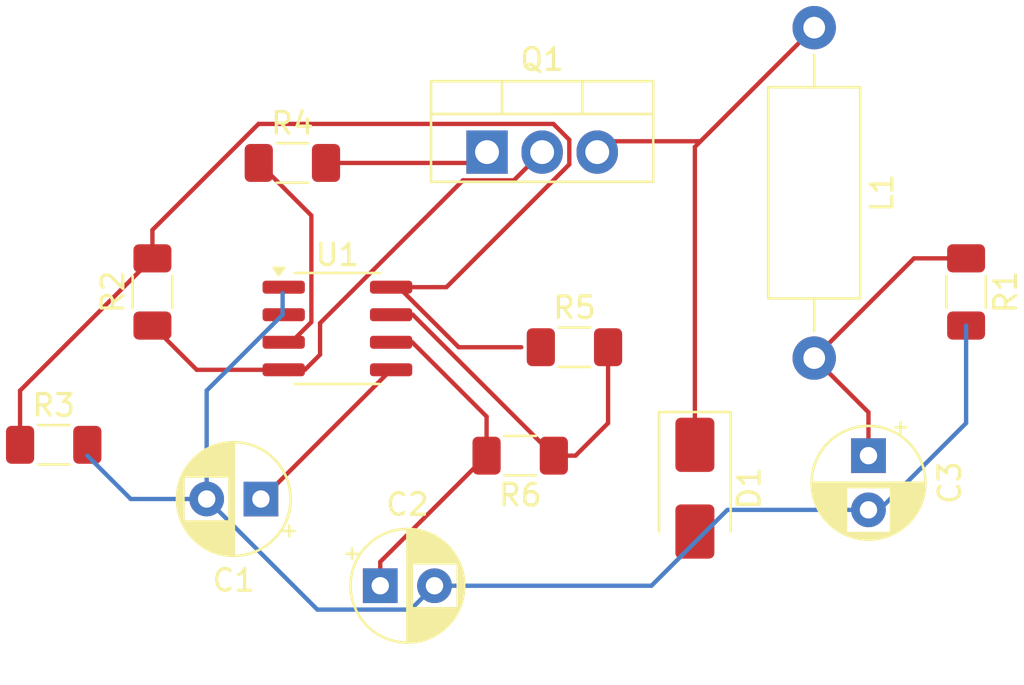
<source format=kicad_pcb>
(kicad_pcb (version 20240108) (generator "pcbnew") (generator_version "8.0")
  (layers (0 "F.Cu" signal) (31 "B.Cu" signal) (34 "B.Paste" user) (35 "F.Paste" user) (36 "B.SilkS" user "B.Silkscreen") (37 "F.SilkS" user "F.Silkscreen") (38 "B.Mask" user) (39 "F.Mask" user) (44 "Edge.Cuts" user))
  (net 0 "")
  (net 1 "Net-(U1-CV)")
  (net 2 "GND")
  (net 3 "Net-(C3-Pad1)")
  (net 4 "Net-(D1-K)")
  (net 5 "+24V")
  (net 6 "Net-(Q1-G)")
  (net 7 "Net-(U1-VCC)")
  (net 8 "Net-(U1-Q)")
  (net 9 "Net-(U1-DIS)")
  (net 10 "Net-(U1-THR)")
  (footprint "Package_TO_SOT_THT:TO-220-3_Vertical" (layer "F.Cu") (at 141.92 66.5)
    (property "Reference" "Q1" (at 2.54 -4.27 0) (layer "F.SilkS"))
    (property "Value" "IRLZ44N")
    (fp_line (start -2.58 -3.27) (end -2.58 1.371) (stroke (width 0.12)) (layer "F.SilkS"))
    (fp_line (start -2.58 -3.27) (end 7.66 -3.27) (stroke (width 0.12)) (layer "F.SilkS"))
    (fp_line (start -2.58 -1.76) (end 7.66 -1.76) (stroke (width 0.12)) (layer "F.SilkS"))
    (fp_line (start -2.58 1.371) (end 7.66 1.371) (stroke (width 0.12)) (layer "F.SilkS"))
    (fp_line (start 0.69 -3.27) (end 0.69 -1.76) (stroke (width 0.12)) (layer "F.SilkS"))
    (fp_line (start 4.391 -3.27) (end 4.391 -1.76) (stroke (width 0.12)) (layer "F.SilkS"))
    (fp_line (start 7.66 -3.27) (end 7.66 1.371) (stroke (width 0.12)) (layer "F.SilkS"))
    (pad "1" thru_hole rect (at 0 0) (size 1.905 2) (drill 1.1) (layers "*.Cu" "*.Mask") (net 6 "Net-(Q1-G)"))
    (pad "2" thru_hole oval (at 2.54 0) (size 1.905 2) (drill 1.1) (layers "*.Cu" "*.Mask") (net 5 "+24V"))
    (pad "3" thru_hole oval (at 5.08 0) (size 1.905 2) (drill 1.1) (layers "*.Cu" "*.Mask") (net 4 "Net-(D1-K)"))
  )
  (footprint "Package_SO:SOIC-8_3.9x4.9mm_P1.27mm" (layer "F.Cu") (at 135.025 74.635)
    (property "Reference" "U1" (at 0 -3.4 0) (layer "F.SilkS"))
    (property "Value" "NE555D")
    (fp_line (start 0 -2.56) (end -1.95 -2.56) (stroke (width 0.12)) (layer "F.SilkS"))
    (fp_line (start 0 -2.56) (end 1.95 -2.56) (stroke (width 0.12)) (layer "F.SilkS"))
    (fp_line (start 0 2.56) (end -1.95 2.56) (stroke (width 0.12)) (layer "F.SilkS"))
    (fp_line (start 0 2.56) (end 1.95 2.56) (stroke (width 0.12)) (layer "F.SilkS"))
    (fp_poly (pts (xy -2.7 -2.465) (xy -2.94 -2.795) (xy -2.46 -2.795) (xy -2.7 -2.465)) (stroke (width 0.12)) (fill solid) (layer "F.SilkS"))
    (pad "1" smd roundrect (at -2.475 -1.905) (size 1.95 0.6) (layers "F.Cu" "F.Paste" "F.Mask") (net 2 "GND"))
    (pad "2" smd roundrect (at -2.475 -0.635) (size 1.95 0.6) (layers "F.Cu" "F.Paste" "F.Mask") (net 2 "GND"))
    (pad "3" smd roundrect (at -2.475 0.635) (size 1.95 0.6) (layers "F.Cu" "F.Paste" "F.Mask") (net 8 "Net-(U1-Q)"))
    (pad "4" smd roundrect (at -2.475 1.905) (size 1.95 0.6) (layers "F.Cu" "F.Paste" "F.Mask") (net 5 "+24V"))
    (pad "5" smd roundrect (at 2.475 1.905) (size 1.95 0.6) (layers "F.Cu" "F.Paste" "F.Mask") (net 1 "Net-(U1-CV)"))
    (pad "6" smd roundrect (at 2.475 0.635) (size 1.95 0.6) (layers "F.Cu" "F.Paste" "F.Mask") (net 10 "Net-(U1-THR)"))
    (pad "7" smd roundrect (at 2.475 -0.635) (size 1.95 0.6) (layers "F.Cu" "F.Paste" "F.Mask") (net 9 "Net-(U1-DIS)"))
    (pad "8" smd roundrect (at 2.475 -1.905) (size 1.95 0.6) (layers "F.Cu" "F.Paste" "F.Mask") (net 7 "Net-(U1-VCC)"))
  )
  (footprint "Resistor_SMD:R_1206_3216Metric_Pad1.30x1.75mm_HandSolder" (layer "F.Cu") (at 145.95 75.5)
    (property "Reference" "R5" (at 0 -1.82 0) (layer "F.SilkS"))
    (property "Value" "1.16")
    (fp_line (start -0.727064 -0.91) (end 0.727064 -0.91) (stroke (width 0.12)) (layer "F.SilkS"))
    (fp_line (start -0.727064 0.91) (end 0.727064 0.91) (stroke (width 0.12)) (layer "F.SilkS"))
    (pad "1" smd roundrect (at -1.55 0) (size 1.3 1.75) (layers "F.Cu" "F.Paste" "F.Mask") (roundrect_rratio 0.192308) (net 7 "Net-(U1-VCC)"))
    (pad "2" smd roundrect (at 1.55 0) (size 1.3 1.75) (layers "F.Cu" "F.Paste" "F.Mask") (roundrect_rratio 0.192308) (net 9 "Net-(U1-DIS)"))
  )
  (footprint "Resistor_SMD:R_1206_3216Metric_Pad1.30x1.75mm_HandSolder" (layer "F.Cu") (at 126.5 72.95 90)
    (property "Reference" "R2" (at 0 -1.82 90) (layer "F.SilkS"))
    (property "Value" "10k")
    (fp_line (start -0.727064 -0.91) (end 0.727064 -0.91) (stroke (width 0.12)) (layer "F.SilkS"))
    (fp_line (start -0.727064 0.91) (end 0.727064 0.91) (stroke (width 0.12)) (layer "F.SilkS"))
    (pad "1" smd roundrect (at -1.55 0 90) (size 1.3 1.75) (layers "F.Cu" "F.Paste" "F.Mask") (roundrect_rratio 0.192308) (net 5 "+24V"))
    (pad "2" smd roundrect (at 1.55 0 90) (size 1.3 1.75) (layers "F.Cu" "F.Paste" "F.Mask") (roundrect_rratio 0.192308) (net 7 "Net-(U1-VCC)"))
  )
  (footprint "Resistor_SMD:R_1206_3216Metric_Pad1.30x1.75mm_HandSolder" (layer "F.Cu") (at 143.45 80.5 180)
    (property "Reference" "R6" (at 0 -1.82 0) (layer "F.SilkS"))
    (property "Value" "1.16")
    (fp_line (start -0.727064 0.91) (end 0.727064 0.91) (stroke (width 0.12)) (layer "F.SilkS"))
    (fp_line (start -0.727064 -0.91) (end 0.727064 -0.91) (stroke (width 0.12)) (layer "F.SilkS"))
    (pad "1" smd roundrect (at -1.55 0 180) (size 1.3 1.75) (layers "F.Cu" "F.Paste" "F.Mask") (roundrect_rratio 0.192308) (net 9 "Net-(U1-DIS)"))
    (pad "2" smd roundrect (at 1.55 0 180) (size 1.3 1.75) (layers "F.Cu" "F.Paste" "F.Mask") (roundrect_rratio 0.192308) (net 10 "Net-(U1-THR)"))
  )
  (footprint "Capacitor_THT:CP_Radial_D5.0mm_P2.50mm" (layer "F.Cu") (at 137 86.5)
    (property "Reference" "C2" (at 1.25 -3.75 0) (layer "F.SilkS"))
    (property "Value" "0.05µF")
    (fp_line (start -1.554775 -1.475) (end -1.054775 -1.475) (stroke (width 0.12)) (layer "F.SilkS"))
    (fp_line (start -1.304775 -1.725) (end -1.304775 -1.225) (stroke (width 0.12)) (layer "F.SilkS"))
    (fp_line (start 1.25 -2.58) (end 1.25 2.58) (stroke (width 0.12)) (layer "F.SilkS"))
    (fp_line (start 1.29 -2.58) (end 1.29 2.58) (stroke (width 0.12)) (layer "F.SilkS"))
    (fp_line (start 1.33 -2.579) (end 1.33 2.579) (stroke (width 0.12)) (layer "F.SilkS"))
    (fp_line (start 1.37 -2.578) (end 1.37 2.578) (stroke (width 0.12)) (layer "F.SilkS"))
    (fp_line (start 1.41 -2.576) (end 1.41 2.576) (stroke (width 0.12)) (layer "F.SilkS"))
    (fp_line (start 1.45 -2.573) (end 1.45 2.573) (stroke (width 0.12)) (layer "F.SilkS"))
    (fp_line (start 1.49 -2.569) (end 1.49 -1.04) (stroke (width 0.12)) (layer "F.SilkS"))
    (fp_line (start 1.49 1.04) (end 1.49 2.569) (stroke (width 0.12)) (layer "F.SilkS"))
    (fp_line (start 1.53 -2.565) (end 1.53 -1.04) (stroke (width 0.12)) (layer "F.SilkS"))
    (fp_line (start 1.53 1.04) (end 1.53 2.565) (stroke (width 0.12)) (layer "F.SilkS"))
    (fp_line (start 1.57 -2.561) (end 1.57 -1.04) (stroke (width 0.12)) (layer "F.SilkS"))
    (fp_line (start 1.57 1.04) (end 1.57 2.561) (stroke (width 0.12)) (layer "F.SilkS"))
    (fp_line (start 1.61 -2.556) (end 1.61 -1.04) (stroke (width 0.12)) (layer "F.SilkS"))
    (fp_line (start 1.61 1.04) (end 1.61 2.556) (stroke (width 0.12)) (layer "F.SilkS"))
    (fp_line (start 1.65 -2.55) (end 1.65 -1.04) (stroke (width 0.12)) (layer "F.SilkS"))
    (fp_line (start 1.65 1.04) (end 1.65 2.55) (stroke (width 0.12)) (layer "F.SilkS"))
    (fp_line (start 1.69 -2.543) (end 1.69 -1.04) (stroke (width 0.12)) (layer "F.SilkS"))
    (fp_line (start 1.69 1.04) (end 1.69 2.543) (stroke (width 0.12)) (layer "F.SilkS"))
    (fp_line (start 1.73 -2.536) (end 1.73 -1.04) (stroke (width 0.12)) (layer "F.SilkS"))
    (fp_line (start 1.73 1.04) (end 1.73 2.536) (stroke (width 0.12)) (layer "F.SilkS"))
    (fp_line (start 1.77 -2.528) (end 1.77 -1.04) (stroke (width 0.12)) (layer "F.SilkS"))
    (fp_line (start 1.77 1.04) (end 1.77 2.528) (stroke (width 0.12)) (layer "F.SilkS"))
    (fp_line (start 1.81 -2.52) (end 1.81 -1.04) (stroke (width 0.12)) (layer "F.SilkS"))
    (fp_line (start 1.81 1.04) (end 1.81 2.52) (stroke (width 0.12)) (layer "F.SilkS"))
    (fp_line (start 1.85 -2.511) (end 1.85 -1.04) (stroke (width 0.12)) (layer "F.SilkS"))
    (fp_line (start 1.85 1.04) (end 1.85 2.511) (stroke (width 0.12)) (layer "F.SilkS"))
    (fp_line (start 1.89 -2.501) (end 1.89 -1.04) (stroke (width 0.12)) (layer "F.SilkS"))
    (fp_line (start 1.89 1.04) (end 1.89 2.501) (stroke (width 0.12)) (layer "F.SilkS"))
    (fp_line (start 1.93 -2.491) (end 1.93 -1.04) (stroke (width 0.12)) (layer "F.SilkS"))
    (fp_line (start 1.93 1.04) (end 1.93 2.491) (stroke (width 0.12)) (layer "F.SilkS"))
    (fp_line (start 1.971 -2.48) (end 1.971 -1.04) (stroke (width 0.12)) (layer "F.SilkS"))
    (fp_line (start 1.971 1.04) (end 1.971 2.48) (stroke (width 0.12)) (layer "F.SilkS"))
    (fp_line (start 2.011 -2.468) (end 2.011 -1.04) (stroke (width 0.12)) (layer "F.SilkS"))
    (fp_line (start 2.011 1.04) (end 2.011 2.468) (stroke (width 0.12)) (layer "F.SilkS"))
    (fp_line (start 2.051 -2.455) (end 2.051 -1.04) (stroke (width 0.12)) (layer "F.SilkS"))
    (fp_line (start 2.051 1.04) (end 2.051 2.455) (stroke (width 0.12)) (layer "F.SilkS"))
    (fp_line (start 2.091 -2.442) (end 2.091 -1.04) (stroke (width 0.12)) (layer "F.SilkS"))
    (fp_line (start 2.091 1.04) (end 2.091 2.442) (stroke (width 0.12)) (layer "F.SilkS"))
    (fp_line (start 2.131 -2.428) (end 2.131 -1.04) (stroke (width 0.12)) (layer "F.SilkS"))
    (fp_line (start 2.131 1.04) (end 2.131 2.428) (stroke (width 0.12)) (layer "F.SilkS"))
    (fp_line (start 2.171 -2.414) (end 2.171 -1.04) (stroke (width 0.12)) (layer "F.SilkS"))
    (fp_line (start 2.171 1.04) (end 2.171 2.414) (stroke (width 0.12)) (layer "F.SilkS"))
    (fp_line (start 2.211 -2.398) (end 2.211 -1.04) (stroke (width 0.12)) (layer "F.SilkS"))
    (fp_line (start 2.211 1.04) (end 2.211 2.398) (stroke (width 0.12)) (layer "F.SilkS"))
    (fp_line (start 2.251 -2.382) (end 2.251 -1.04) (stroke (width 0.12)) (layer "F.SilkS"))
    (fp_line (start 2.251 1.04) (end 2.251 2.382) (stroke (width 0.12)) (layer "F.SilkS"))
    (fp_line (start 2.291 -2.365) (end 2.291 -1.04) (stroke (width 0.12)) (layer "F.SilkS"))
    (fp_line (start 2.291 1.04) (end 2.291 2.365) (stroke (width 0.12)) (layer "F.SilkS"))
    (fp_line (start 2.331 -2.348) (end 2.331 -1.04) (stroke (width 0.12)) (layer "F.SilkS"))
    (fp_line (start 2.331 1.04) (end 2.331 2.348) (stroke (width 0.12)) (layer "F.SilkS"))
    (fp_line (start 2.371 -2.329) (end 2.371 -1.04) (stroke (width 0.12)) (layer "F.SilkS"))
    (fp_line (start 2.371 1.04) (end 2.371 2.329) (stroke (width 0.12)) (layer "F.SilkS"))
    (fp_line (start 2.411 -2.31) (end 2.411 -1.04) (stroke (width 0.12)) (layer "F.SilkS"))
    (fp_line (start 2.411 1.04) (end 2.411 2.31) (stroke (width 0.12)) (layer "F.SilkS"))
    (fp_line (start 2.451 -2.29) (end 2.451 -1.04) (stroke (width 0.12)) (layer "F.SilkS"))
    (fp_line (start 2.451 1.04) (end 2.451 2.29) (stroke (width 0.12)) (layer "F.SilkS"))
    (fp_line (start 2.491 -2.268) (end 2.491 -1.04) (stroke (width 0.12)) (layer "F.SilkS"))
    (fp_line (start 2.491 1.04) (end 2.491 2.268) (stroke (width 0.12)) (layer "F.SilkS"))
    (fp_line (start 2.531 -2.247) (end 2.531 -1.04) (stroke (width 0.12)) (layer "F.SilkS"))
    (fp_line (start 2.531 1.04) (end 2.531 2.247) (stroke (width 0.12)) (layer "F.SilkS"))
    (fp_line (start 2.571 -2.224) (end 2.571 -1.04) (stroke (width 0.12)) (layer "F.SilkS"))
    (fp_line (start 2.571 1.04) (end 2.571 2.224) (stroke (width 0.12)) (layer "F.SilkS"))
    (fp_line (start 2.611 -2.2) (end 2.611 -1.04) (stroke (width 0.12)) (layer "F.SilkS"))
    (fp_line (start 2.611 1.04) (end 2.611 2.2) (stroke (width 0.12)) (layer "F.SilkS"))
    (fp_line (start 2.651 -2.175) (end 2.651 -1.04) (stroke (width 0.12)) (layer "F.SilkS"))
    (fp_line (start 2.651 1.04) (end 2.651 2.175) (stroke (width 0.12)) (layer "F.SilkS"))
    (fp_line (start 2.691 -2.149) (end 2.691 -1.04) (stroke (width 0.12)) (layer "F.SilkS"))
    (fp_line (start 2.691 1.04) (end 2.691 2.149) (stroke (width 0.12)) (layer "F.SilkS"))
    (fp_line (start 2.731 -2.122) (end 2.731 -1.04) (stroke (width 0.12)) (layer "F.SilkS"))
    (fp_line (start 2.731 1.04) (end 2.731 2.122) (stroke (width 0.12)) (layer "F.SilkS"))
    (fp_line (start 2.771 -2.095) (end 2.771 -1.04) (stroke (width 0.12)) (layer "F.SilkS"))
    (fp_line (start 2.771 1.04) (end 2.771 2.095) (stroke (width 0.12)) (layer "F.SilkS"))
    (fp_line (start 2.811 -2.065) (end 2.811 -1.04) (stroke (width 0.12)) (layer "F.SilkS"))
    (fp_line (start 2.811 1.04) (end 2.811 2.065) (stroke (width 0.12)) (layer "F.SilkS"))
    (fp_line (start 2.851 -2.035) (end 2.851 -1.04) (stroke (width 0.12)) (layer "F.SilkS"))
    (fp_line (start 2.851 1.04) (end 2.851 2.035) (stroke (width 0.12)) (layer "F.SilkS"))
    (fp_line (start 2.891 -2.004) (end 2.891 -1.04) (stroke (width 0.12)) (layer "F.SilkS"))
    (fp_line (start 2.891 1.04) (end 2.891 2.004) (stroke (width 0.12)) (layer "F.SilkS"))
    (fp_line (start 2.931 -1.971) (end 2.931 -1.04) (stroke (width 0.12)) (layer "F.SilkS"))
    (fp_line (start 2.931 1.04) (end 2.931 1.971) (stroke (width 0.12)) (layer "F.SilkS"))
    (fp_line (start 2.971 -1.937) (end 2.971 -1.04) (stroke (width 0.12)) (layer "F.SilkS"))
    (fp_line (start 2.971 1.04) (end 2.971 1.937) (stroke (width 0.12)) (layer "F.SilkS"))
    (fp_line (start 3.011 -1.901) (end 3.011 -1.04) (stroke (width 0.12)) (layer "F.SilkS"))
    (fp_line (start 3.011 1.04) (end 3.011 1.901) (stroke (width 0.12)) (layer "F.SilkS"))
    (fp_line (start 3.051 -1.864) (end 3.051 -1.04) (stroke (width 0.12)) (layer "F.SilkS"))
    (fp_line (start 3.051 1.04) (end 3.051 1.864) (stroke (width 0.12)) (layer "F.SilkS"))
    (fp_line (start 3.091 -1.826) (end 3.091 -1.04) (stroke (width 0.12)) (layer "F.SilkS"))
    (fp_line (start 3.091 1.04) (end 3.091 1.826) (stroke (width 0.12)) (layer "F.SilkS"))
    (fp_line (start 3.131 -1.785) (end 3.131 -1.04) (stroke (width 0.12)) (layer "F.SilkS"))
    (fp_line (start 3.131 1.04) (end 3.131 1.785) (stroke (width 0.12)) (layer "F.SilkS"))
    (fp_line (start 3.171 -1.743) (end 3.171 -1.04) (stroke (width 0.12)) (layer "F.SilkS"))
    (fp_line (start 3.171 1.04) (end 3.171 1.743) (stroke (width 0.12)) (layer "F.SilkS"))
    (fp_line (start 3.211 -1.699) (end 3.211 -1.04) (stroke (width 0.12)) (layer "F.SilkS"))
    (fp_line (start 3.211 1.04) (end 3.211 1.699) (stroke (width 0.12)) (layer "F.SilkS"))
    (fp_line (start 3.251 -1.653) (end 3.251 -1.04) (stroke (width 0.12)) (layer "F.SilkS"))
    (fp_line (start 3.251 1.04) (end 3.251 1.653) (stroke (width 0.12)) (layer "F.SilkS"))
    (fp_line (start 3.291 -1.605) (end 3.291 -1.04) (stroke (width 0.12)) (layer "F.SilkS"))
    (fp_line (start 3.291 1.04) (end 3.291 1.605) (stroke (width 0.12)) (layer "F.SilkS"))
    (fp_line (start 3.331 -1.554) (end 3.331 -1.04) (stroke (width 0.12)) (layer "F.SilkS"))
    (fp_line (start 3.331 1.04) (end 3.331 1.554) (stroke (width 0.12)) (layer "F.SilkS"))
    (fp_line (start 3.371 -1.5) (end 3.371 -1.04) (stroke (width 0.12)) (layer "F.SilkS"))
    (fp_line (start 3.371 1.04) (end 3.371 1.5) (stroke (width 0.12)) (layer "F.SilkS"))
    (fp_line (start 3.411 -1.443) (end 3.411 -1.04) (stroke (width 0.12)) (layer "F.SilkS"))
    (fp_line (start 3.411 1.04) (end 3.411 1.443) (stroke (width 0.12)) (layer "F.SilkS"))
    (fp_line (start 3.451 -1.383) (end 3.451 -1.04) (stroke (width 0.12)) (layer "F.SilkS"))
    (fp_line (start 3.451 1.04) (end 3.451 1.383) (stroke (width 0.12)) (layer "F.SilkS"))
    (fp_line (start 3.491 -1.319) (end 3.491 -1.04) (stroke (width 0.12)) (layer "F.SilkS"))
    (fp_line (start 3.491 1.04) (end 3.491 1.319) (stroke (width 0.12)) (layer "F.SilkS"))
    (fp_line (start 3.531 -1.251) (end 3.531 -1.04) (stroke (width 0.12)) (layer "F.SilkS"))
    (fp_line (start 3.531 1.04) (end 3.531 1.251) (stroke (width 0.12)) (layer "F.SilkS"))
    (fp_line (start 3.571 -1.178) (end 3.571 1.178) (stroke (width 0.12)) (layer "F.SilkS"))
    (fp_line (start 3.611 -1.098) (end 3.611 1.098) (stroke (width 0.12)) (layer "F.SilkS"))
    (fp_line (start 3.651 -1.011) (end 3.651 1.011) (stroke (width 0.12)) (layer "F.SilkS"))
    (fp_line (start 3.691 -0.915) (end 3.691 0.915) (stroke (width 0.12)) (layer "F.SilkS"))
    (fp_line (start 3.731 -0.805) (end 3.731 0.805) (stroke (width 0.12)) (layer "F.SilkS"))
    (fp_line (start 3.771 -0.677) (end 3.771 0.677) (stroke (width 0.12)) (layer "F.SilkS"))
    (fp_line (start 3.811 -0.518) (end 3.811 0.518) (stroke (width 0.12)) (layer "F.SilkS"))
    (fp_line (start 3.851 -0.284) (end 3.851 0.284) (stroke (width 0.12)) (layer "F.SilkS"))
    (fp_circle (center 1.25 0) (end 3.87 0) (stroke (width 0.12)) (fill none) (layer "F.SilkS"))
    (pad "1" thru_hole rect (at 0 0) (size 1.6 1.6) (drill 0.8) (layers "*.Cu" "*.Mask") (net 10 "Net-(U1-THR)"))
    (pad "2" thru_hole circle (at 2.5 0) (size 1.6 1.6) (drill 0.8) (layers "*.Cu" "*.Mask") (net 2 "GND"))
  )
  (footprint "Resistor_SMD:R_1206_3216Metric_Pad1.30x1.75mm_HandSolder" (layer "F.Cu") (at 164 72.95 -90)
    (property "Reference" "R1" (at 0 -1.82 90) (layer "F.SilkS"))
    (property "Value" "1.16")
    (fp_line (start -0.727064 0.91) (end 0.727064 0.91) (stroke (width 0.12)) (layer "F.SilkS"))
    (fp_line (start -0.727064 -0.91) (end 0.727064 -0.91) (stroke (width 0.12)) (layer "F.SilkS"))
    (pad "1" smd roundrect (at -1.55 0 270) (size 1.3 1.75) (layers "F.Cu" "F.Paste" "F.Mask") (roundrect_rratio 0.192308) (net 3 "Net-(C3-Pad1)"))
    (pad "2" smd roundrect (at 1.55 0 270) (size 1.3 1.75) (layers "F.Cu" "F.Paste" "F.Mask") (roundrect_rratio 0.192308) (net 2 "GND"))
  )
  (footprint "Capacitor_THT:CP_Radial_D5.0mm_P2.50mm" (layer "F.Cu") (at 159.5 80.5 -90)
    (property "Reference" "C3" (at 1.25 -3.75 90) (layer "F.SilkS"))
    (property "Value" "22µF")
    (fp_line (start 1.49 1.04) (end 1.49 2.569) (stroke (width 0.12)) (layer "F.SilkS"))
    (fp_line (start 1.53 1.04) (end 1.53 2.565) (stroke (width 0.12)) (layer "F.SilkS"))
    (fp_line (start 1.57 1.04) (end 1.57 2.561) (stroke (width 0.12)) (layer "F.SilkS"))
    (fp_line (start 1.61 1.04) (end 1.61 2.556) (stroke (width 0.12)) (layer "F.SilkS"))
    (fp_line (start 1.65 1.04) (end 1.65 2.55) (stroke (width 0.12)) (layer "F.SilkS"))
    (fp_line (start 1.69 1.04) (end 1.69 2.543) (stroke (width 0.12)) (layer "F.SilkS"))
    (fp_line (start 1.73 1.04) (end 1.73 2.536) (stroke (width 0.12)) (layer "F.SilkS"))
    (fp_line (start 1.77 1.04) (end 1.77 2.528) (stroke (width 0.12)) (layer "F.SilkS"))
    (fp_line (start 1.81 1.04) (end 1.81 2.52) (stroke (width 0.12)) (layer "F.SilkS"))
    (fp_line (start 1.85 1.04) (end 1.85 2.511) (stroke (width 0.12)) (layer "F.SilkS"))
    (fp_line (start 1.89 1.04) (end 1.89 2.501) (stroke (width 0.12)) (layer "F.SilkS"))
    (fp_line (start 1.93 1.04) (end 1.93 2.491) (stroke (width 0.12)) (layer "F.SilkS"))
    (fp_line (start 1.971 1.04) (end 1.971 2.48) (stroke (width 0.12)) (layer "F.SilkS"))
    (fp_line (start 2.011 1.04) (end 2.011 2.468) (stroke (width 0.12)) (layer "F.SilkS"))
    (fp_line (start 2.051 1.04) (end 2.051 2.455) (stroke (width 0.12)) (layer "F.SilkS"))
    (fp_line (start 2.091 1.04) (end 2.091 2.442) (stroke (width 0.12)) (layer "F.SilkS"))
    (fp_line (start 2.131 1.04) (end 2.131 2.428) (stroke (width 0.12)) (layer "F.SilkS"))
    (fp_line (start 2.171 1.04) (end 2.171 2.414) (stroke (width 0.12)) (layer "F.SilkS"))
    (fp_line (start 2.211 1.04) (end 2.211 2.398) (stroke (width 0.12)) (layer "F.SilkS"))
    (fp_line (start 2.251 1.04) (end 2.251 2.382) (stroke (width 0.12)) (layer "F.SilkS"))
    (fp_line (start 2.291 1.04) (end 2.291 2.365) (stroke (width 0.12)) (layer "F.SilkS"))
    (fp_line (start 2.331 1.04) (end 2.331 2.348) (stroke (width 0.12)) (layer "F.SilkS"))
    (fp_line (start 2.371 1.04) (end 2.371 2.329) (stroke (width 0.12)) (layer "F.SilkS"))
    (fp_line (start 2.411 1.04) (end 2.411 2.31) (stroke (width 0.12)) (layer "F.SilkS"))
    (fp_line (start 2.451 1.04) (end 2.451 2.29) (stroke (width 0.12)) (layer "F.SilkS"))
    (fp_line (start 2.491 1.04) (end 2.491 2.268) (stroke (width 0.12)) (layer "F.SilkS"))
    (fp_line (start 2.531 1.04) (end 2.531 2.247) (stroke (width 0.12)) (layer "F.SilkS"))
    (fp_line (start 2.571 1.04) (end 2.571 2.224) (stroke (width 0.12)) (layer "F.SilkS"))
    (fp_line (start 2.611 1.04) (end 2.611 2.2) (stroke (width 0.12)) (layer "F.SilkS"))
    (fp_line (start 2.651 1.04) (end 2.651 2.175) (stroke (width 0.12)) (layer "F.SilkS"))
    (fp_line (start 2.691 1.04) (end 2.691 2.149) (stroke (width 0.12)) (layer "F.SilkS"))
    (fp_line (start 2.731 1.04) (end 2.731 2.122) (stroke (width 0.12)) (layer "F.SilkS"))
    (fp_line (start 2.771 1.04) (end 2.771 2.095) (stroke (width 0.12)) (layer "F.SilkS"))
    (fp_line (start 2.811 1.04) (end 2.811 2.065) (stroke (width 0.12)) (layer "F.SilkS"))
    (fp_line (start 2.851 1.04) (end 2.851 2.035) (stroke (width 0.12)) (layer "F.SilkS"))
    (fp_line (start 2.891 1.04) (end 2.891 2.004) (stroke (width 0.12)) (layer "F.SilkS"))
    (fp_line (start 2.931 1.04) (end 2.931 1.971) (stroke (width 0.12)) (layer "F.SilkS"))
    (fp_line (start 2.971 1.04) (end 2.971 1.937) (stroke (width 0.12)) (layer "F.SilkS"))
    (fp_line (start 3.011 1.04) (end 3.011 1.901) (stroke (width 0.12)) (layer "F.SilkS"))
    (fp_line (start 3.051 1.04) (end 3.051 1.864) (stroke (width 0.12)) (layer "F.SilkS"))
    (fp_line (start 3.091 1.04) (end 3.091 1.826) (stroke (width 0.12)) (layer "F.SilkS"))
    (fp_line (start 3.131 1.04) (end 3.131 1.785) (stroke (width 0.12)) (layer "F.SilkS"))
    (fp_line (start 3.171 1.04) (end 3.171 1.743) (stroke (width 0.12)) (layer "F.SilkS"))
    (fp_line (start 3.211 1.04) (end 3.211 1.699) (stroke (width 0.12)) (layer "F.SilkS"))
    (fp_line (start 3.251 1.04) (end 3.251 1.653) (stroke (width 0.12)) (layer "F.SilkS"))
    (fp_line (start 3.291 1.04) (end 3.291 1.605) (stroke (width 0.12)) (layer "F.SilkS"))
    (fp_line (start 3.331 1.04) (end 3.331 1.554) (stroke (width 0.12)) (layer "F.SilkS"))
    (fp_line (start 3.371 1.04) (end 3.371 1.5) (stroke (width 0.12)) (layer "F.SilkS"))
    (fp_line (start 3.411 1.04) (end 3.411 1.443) (stroke (width 0.12)) (layer "F.SilkS"))
    (fp_line (start 3.451 1.04) (end 3.451 1.383) (stroke (width 0.12)) (layer "F.SilkS"))
    (fp_line (start 3.491 1.04) (end 3.491 1.319) (stroke (width 0.12)) (layer "F.SilkS"))
    (fp_line (start 3.531 1.04) (end 3.531 1.251) (stroke (width 0.12)) (layer "F.SilkS"))
    (fp_line (start 3.851 -0.284) (end 3.851 0.284) (stroke (width 0.12)) (layer "F.SilkS"))
    (fp_line (start 3.811 -0.518) (end 3.811 0.518) (stroke (width 0.12)) (layer "F.SilkS"))
    (fp_line (start 3.771 -0.677) (end 3.771 0.677) (stroke (width 0.12)) (layer "F.SilkS"))
    (fp_line (start 3.731 -0.805) (end 3.731 0.805) (stroke (width 0.12)) (layer "F.SilkS"))
    (fp_line (start 3.691 -0.915) (end 3.691 0.915) (stroke (width 0.12)) (layer "F.SilkS"))
    (fp_line (start 3.651 -1.011) (end 3.651 1.011) (stroke (width 0.12)) (layer "F.SilkS"))
    (fp_line (start 3.611 -1.098) (end 3.611 1.098) (stroke (width 0.12)) (layer "F.SilkS"))
    (fp_line (start 3.571 -1.178) (end 3.571 1.178) (stroke (width 0.12)) (layer "F.SilkS"))
    (fp_line (start 3.531 -1.251) (end 3.531 -1.04) (stroke (width 0.12)) (layer "F.SilkS"))
    (fp_line (start 3.491 -1.319) (end 3.491 -1.04) (stroke (width 0.12)) (layer "F.SilkS"))
    (fp_line (start 3.451 -1.383) (end 3.451 -1.04) (stroke (width 0.12)) (layer "F.SilkS"))
    (fp_line (start 3.411 -1.443) (end 3.411 -1.04) (stroke (width 0.12)) (layer "F.SilkS"))
    (fp_line (start -1.554775 -1.475) (end -1.054775 -1.475) (stroke (width 0.12)) (layer "F.SilkS"))
    (fp_line (start 3.371 -1.5) (end 3.371 -1.04) (stroke (width 0.12)) (layer "F.SilkS"))
    (fp_line (start 3.331 -1.554) (end 3.331 -1.04) (stroke (width 0.12)) (layer "F.SilkS"))
    (fp_line (start 3.291 -1.605) (end 3.291 -1.04) (stroke (width 0.12)) (layer "F.SilkS"))
    (fp_line (start 3.251 -1.653) (end 3.251 -1.04) (stroke (width 0.12)) (layer "F.SilkS"))
    (fp_line (start 3.211 -1.699) (end 3.211 -1.04) (stroke (width 0.12)) (layer "F.SilkS"))
    (fp_line (start -1.304775 -1.725) (end -1.304775 -1.225) (stroke (width 0.12)) (layer "F.SilkS"))
    (fp_line (start 3.171 -1.743) (end 3.171 -1.04) (stroke (width 0.12)) (layer "F.SilkS"))
    (fp_line (start 3.131 -1.785) (end 3.131 -1.04) (stroke (width 0.12)) (layer "F.SilkS"))
    (fp_line (start 3.091 -1.826) (end 3.091 -1.04) (stroke (width 0.12)) (layer "F.SilkS"))
    (fp_line (start 3.051 -1.864) (end 3.051 -1.04) (stroke (width 0.12)) (layer "F.SilkS"))
    (fp_line (start 3.011 -1.901) (end 3.011 -1.04) (stroke (width 0.12)) (layer "F.SilkS"))
    (fp_line (start 2.971 -1.937) (end 2.971 -1.04) (stroke (width 0.12)) (layer "F.SilkS"))
    (fp_line (start 2.931 -1.971) (end 2.931 -1.04) (stroke (width 0.12)) (layer "F.SilkS"))
    (fp_line (start 2.891 -2.004) (end 2.891 -1.04) (stroke (width 0.12)) (layer "F.SilkS"))
    (fp_line (start 2.851 -2.035) (end 2.851 -1.04) (stroke (width 0.12)) (layer "F.SilkS"))
    (fp_line (start 2.811 -2.065) (end 2.811 -1.04) (stroke (width 0.12)) (layer "F.SilkS"))
    (fp_line (start 2.771 -2.095) (end 2.771 -1.04) (stroke (width 0.12)) (layer "F.SilkS"))
    (fp_line (start 2.731 -2.122) (end 2.731 -1.04) (stroke (width 0.12)) (layer "F.SilkS"))
    (fp_line (start 2.691 -2.149) (end 2.691 -1.04) (stroke (width 0.12)) (layer "F.SilkS"))
    (fp_line (start 2.651 -2.175) (end 2.651 -1.04) (stroke (width 0.12)) (layer "F.SilkS"))
    (fp_line (start 2.611 -2.2) (end 2.611 -1.04) (stroke (width 0.12)) (layer "F.SilkS"))
    (fp_line (start 2.571 -2.224) (end 2.571 -1.04) (stroke (width 0.12)) (layer "F.SilkS"))
    (fp_line (start 2.531 -2.247) (end 2.531 -1.04) (stroke (width 0.12)) (layer "F.SilkS"))
    (fp_line (start 2.491 -2.268) (end 2.491 -1.04) (stroke (width 0.12)) (layer "F.SilkS"))
    (fp_line (start 2.451 -2.29) (end 2.451 -1.04) (stroke (width 0.12)) (layer "F.SilkS"))
    (fp_line (start 2.411 -2.31) (end 2.411 -1.04) (stroke (width 0.12)) (layer "F.SilkS"))
    (fp_line (start 2.371 -2.329) (end 2.371 -1.04) (stroke (width 0.12)) (layer "F.SilkS"))
    (fp_line (start 2.331 -2.348) (end 2.331 -1.04) (stroke (width 0.12)) (layer "F.SilkS"))
    (fp_line (start 2.291 -2.365) (end 2.291 -1.04) (stroke (width 0.12)) (layer "F.SilkS"))
    (fp_line (start 2.251 -2.382) (end 2.251 -1.04) (stroke (width 0.12)) (layer "F.SilkS"))
    (fp_line (start 2.211 -2.398) (end 2.211 -1.04) (stroke (width 0.12)) (layer "F.SilkS"))
    (fp_line (start 2.171 -2.414) (end 2.171 -1.04) (stroke (width 0.12)) (layer "F.SilkS"))
    (fp_line (start 2.131 -2.428) (end 2.131 -1.04) (stroke (width 0.12)) (layer "F.SilkS"))
    (fp_line (start 2.091 -2.442) (end 2.091 -1.04) (stroke (width 0.12)) (layer "F.SilkS"))
    (fp_line (start 2.051 -2.455) (end 2.051 -1.04) (stroke (width 0.12)) (layer "F.SilkS"))
    (fp_line (start 2.011 -2.468) (end 2.011 -1.04) (stroke (width 0.12)) (layer "F.SilkS"))
    (fp_line (start 1.971 -2.48) (end 1.971 -1.04) (stroke (width 0.12)) (layer "F.SilkS"))
    (fp_line (start 1.93 -2.491) (end 1.93 -1.04) (stroke (width 0.12)) (layer "F.SilkS"))
    (fp_line (start 1.89 -2.501) (end 1.89 -1.04) (stroke (width 0.12)) (layer "F.SilkS"))
    (fp_line (start 1.85 -2.511) (end 1.85 -1.04) (stroke (width 0.12)) (layer "F.SilkS"))
    (fp_line (start 1.81 -2.52) (end 1.81 -1.04) (stroke (width 0.12)) (layer "F.SilkS"))
    (fp_line (start 1.77 -2.528) (end 1.77 -1.04) (stroke (width 0.12)) (layer "F.SilkS"))
    (fp_line (start 1.73 -2.536) (end 1.73 -1.04) (stroke (width 0.12)) (layer "F.SilkS"))
    (fp_line (start 1.69 -2.543) (end 1.69 -1.04) (stroke (width 0.12)) (layer "F.SilkS"))
    (fp_line (start 1.65 -2.55) (end 1.65 -1.04) (stroke (width 0.12)) (layer "F.SilkS"))
    (fp_line (start 1.61 -2.556) (end 1.61 -1.04) (stroke (width 0.12)) (layer "F.SilkS"))
    (fp_line (start 1.57 -2.561) (end 1.57 -1.04) (stroke (width 0.12)) (layer "F.SilkS"))
    (fp_line (start 1.53 -2.565) (end 1.53 -1.04) (stroke (width 0.12)) (layer "F.SilkS"))
    (fp_line (start 1.49 -2.569) (end 1.49 -1.04) (stroke (width 0.12)) (layer "F.SilkS"))
    (fp_line (start 1.45 -2.573) (end 1.45 2.573) (stroke (width 0.12)) (layer "F.SilkS"))
    (fp_line (start 1.41 -2.576) (end 1.41 2.576) (stroke (width 0.12)) (layer "F.SilkS"))
    (fp_line (start 1.37 -2.578) (end 1.37 2.578) (stroke (width 0.12)) (layer "F.SilkS"))
    (fp_line (start 1.33 -2.579) (end 1.33 2.579) (stroke (width 0.12)) (layer "F.SilkS"))
    (fp_line (start 1.25 -2.58) (end 1.25 2.58) (stroke (width 0.12)) (layer "F.SilkS"))
    (fp_line (start 1.29 -2.58) (end 1.29 2.58) (stroke (width 0.12)) (layer "F.SilkS"))
    (fp_circle (center 1.25 0) (end 3.87 0) (stroke (width 0.12)) (fill none) (layer "F.SilkS"))
    (pad "1" thru_hole rect (at 0 0 270) (size 1.6 1.6) (drill 0.8) (layers "*.Cu" "*.Mask") (net 3 "Net-(C3-Pad1)"))
    (pad "2" thru_hole circle (at 2.5 0 270) (size 1.6 1.6) (drill 0.8) (layers "*.Cu" "*.Mask") (net 2 "GND"))
  )
  (footprint "Diode_SMD:D_SMA" (layer "F.Cu") (at 151.5 82 -90)
    (property "Reference" "D1" (at 0 -2.5 90) (layer "F.SilkS"))
    (property "Value" "SS34")
    (fp_line (start -3.51 1.65) (end 2 1.65) (stroke (width 0.12)) (layer "F.SilkS"))
    (fp_line (start -3.51 -1.65) (end -3.51 1.65) (stroke (width 0.12)) (layer "F.SilkS"))
    (fp_line (start -3.51 -1.65) (end 2 -1.65) (stroke (width 0.12)) (layer "F.SilkS"))
    (pad "1" smd roundrect (at -2 0 270) (size 2.5 1.8) (layers "F.Cu" "F.Paste" "F.Mask") (roundrect_rratio 0.1388888889) (net 4 "Net-(D1-K)"))
    (pad "2" smd roundrect (at 2 0 270) (size 2.5 1.8) (layers "F.Cu" "F.Paste" "F.Mask") (roundrect_rratio 0.1388888889) (net 2 "GND"))
  )
  (footprint "Resistor_SMD:R_1206_3216Metric_Pad1.30x1.75mm_HandSolder" (layer "F.Cu") (at 121.95 80)
    (property "Reference" "R3" (at 0 -1.82 0) (layer "F.SilkS"))
    (property "Value" "10k")
    (fp_line (start -0.727064 -0.91) (end 0.727064 -0.91) (stroke (width 0.12)) (layer "F.SilkS"))
    (fp_line (start -0.727064 0.91) (end 0.727064 0.91) (stroke (width 0.12)) (layer "F.SilkS"))
    (pad "1" smd roundrect (at -1.55 0) (size 1.3 1.75) (layers "F.Cu" "F.Paste" "F.Mask") (roundrect_rratio 0.192308) (net 7 "Net-(U1-VCC)"))
    (pad "2" smd roundrect (at 1.55 0) (size 1.3 1.75) (layers "F.Cu" "F.Paste" "F.Mask") (roundrect_rratio 0.192308) (net 2 "GND"))
  )
  (footprint "Resistor_SMD:R_1206_3216Metric_Pad1.30x1.75mm_HandSolder" (layer "F.Cu") (at 132.95 67)
    (property "Reference" "R4" (at 0 -1.82 0) (layer "F.SilkS"))
    (property "Value" "100Ω")
    (fp_line (start -0.727064 -0.91) (end 0.727064 -0.91) (stroke (width 0.12)) (layer "F.SilkS"))
    (fp_line (start -0.727064 0.91) (end 0.727064 0.91) (stroke (width 0.12)) (layer "F.SilkS"))
    (pad "1" smd roundrect (at -1.55 0) (size 1.3 1.75) (layers "F.Cu" "F.Paste" "F.Mask") (roundrect_rratio 0.192308) (net 8 "Net-(U1-Q)"))
    (pad "2" smd roundrect (at 1.55 0) (size 1.3 1.75) (layers "F.Cu" "F.Paste" "F.Mask") (roundrect_rratio 0.192308) (net 6 "Net-(Q1-G)"))
  )
  (footprint "Capacitor_THT:CP_Radial_D5.0mm_P2.50mm" (layer "F.Cu") (at 131.5 82.5 180)
    (property "Reference" "C1" (at 1.25 -3.75 0) (layer "F.SilkS"))
    (property "Value" "0.1µF")
    (fp_line (start 3.851 -0.284) (end 3.851 0.284) (stroke (width 0.12)) (layer "F.SilkS"))
    (fp_line (start 3.811 -0.518) (end 3.811 0.518) (stroke (width 0.12)) (layer "F.SilkS"))
    (fp_line (start 3.771 -0.677) (end 3.771 0.677) (stroke (width 0.12)) (layer "F.SilkS"))
    (fp_line (start 3.731 -0.805) (end 3.731 0.805) (stroke (width 0.12)) (layer "F.SilkS"))
    (fp_line (start 3.691 -0.915) (end 3.691 0.915) (stroke (width 0.12)) (layer "F.SilkS"))
    (fp_line (start 3.651 -1.011) (end 3.651 1.011) (stroke (width 0.12)) (layer "F.SilkS"))
    (fp_line (start 3.611 -1.098) (end 3.611 1.098) (stroke (width 0.12)) (layer "F.SilkS"))
    (fp_line (start 3.571 -1.178) (end 3.571 1.178) (stroke (width 0.12)) (layer "F.SilkS"))
    (fp_line (start 3.531 1.04) (end 3.531 1.251) (stroke (width 0.12)) (layer "F.SilkS"))
    (fp_line (start 3.531 -1.251) (end 3.531 -1.04) (stroke (width 0.12)) (layer "F.SilkS"))
    (fp_line (start 3.491 1.04) (end 3.491 1.319) (stroke (width 0.12)) (layer "F.SilkS"))
    (fp_line (start 3.491 -1.319) (end 3.491 -1.04) (stroke (width 0.12)) (layer "F.SilkS"))
    (fp_line (start 3.451 1.04) (end 3.451 1.383) (stroke (width 0.12)) (layer "F.SilkS"))
    (fp_line (start 3.451 -1.383) (end 3.451 -1.04) (stroke (width 0.12)) (layer "F.SilkS"))
    (fp_line (start 3.411 1.04) (end 3.411 1.443) (stroke (width 0.12)) (layer "F.SilkS"))
    (fp_line (start 3.411 -1.443) (end 3.411 -1.04) (stroke (width 0.12)) (layer "F.SilkS"))
    (fp_line (start 3.371 1.04) (end 3.371 1.5) (stroke (width 0.12)) (layer "F.SilkS"))
    (fp_line (start 3.371 -1.5) (end 3.371 -1.04) (stroke (width 0.12)) (layer "F.SilkS"))
    (fp_line (start 3.331 1.04) (end 3.331 1.554) (stroke (width 0.12)) (layer "F.SilkS"))
    (fp_line (start 3.331 -1.554) (end 3.331 -1.04) (stroke (width 0.12)) (layer "F.SilkS"))
    (fp_line (start 3.291 1.04) (end 3.291 1.605) (stroke (width 0.12)) (layer "F.SilkS"))
    (fp_line (start 3.291 -1.605) (end 3.291 -1.04) (stroke (width 0.12)) (layer "F.SilkS"))
    (fp_line (start 3.251 1.04) (end 3.251 1.653) (stroke (width 0.12)) (layer "F.SilkS"))
    (fp_line (start 3.251 -1.653) (end 3.251 -1.04) (stroke (width 0.12)) (layer "F.SilkS"))
    (fp_line (start 3.211 1.04) (end 3.211 1.699) (stroke (width 0.12)) (layer "F.SilkS"))
    (fp_line (start 3.211 -1.699) (end 3.211 -1.04) (stroke (width 0.12)) (layer "F.SilkS"))
    (fp_line (start 3.171 1.04) (end 3.171 1.743) (stroke (width 0.12)) (layer "F.SilkS"))
    (fp_line (start 3.171 -1.743) (end 3.171 -1.04) (stroke (width 0.12)) (layer "F.SilkS"))
    (fp_line (start 3.131 1.04) (end 3.131 1.785) (stroke (width 0.12)) (layer "F.SilkS"))
    (fp_line (start 3.131 -1.785) (end 3.131 -1.04) (stroke (width 0.12)) (layer "F.SilkS"))
    (fp_line (start 3.091 1.04) (end 3.091 1.826) (stroke (width 0.12)) (layer "F.SilkS"))
    (fp_line (start 3.091 -1.826) (end 3.091 -1.04) (stroke (width 0.12)) (layer "F.SilkS"))
    (fp_line (start 3.051 1.04) (end 3.051 1.864) (stroke (width 0.12)) (layer "F.SilkS"))
    (fp_line (start 3.051 -1.864) (end 3.051 -1.04) (stroke (width 0.12)) (layer "F.SilkS"))
    (fp_line (start 3.011 1.04) (end 3.011 1.901) (stroke (width 0.12)) (layer "F.SilkS"))
    (fp_line (start 3.011 -1.901) (end 3.011 -1.04) (stroke (width 0.12)) (layer "F.SilkS"))
    (fp_line (start 2.971 1.04) (end 2.971 1.937) (stroke (width 0.12)) (layer "F.SilkS"))
    (fp_line (start 2.971 -1.937) (end 2.971 -1.04) (stroke (width 0.12)) (layer "F.SilkS"))
    (fp_line (start 2.931 1.04) (end 2.931 1.971) (stroke (width 0.12)) (layer "F.SilkS"))
    (fp_line (start 2.931 -1.971) (end 2.931 -1.04) (stroke (width 0.12)) (layer "F.SilkS"))
    (fp_line (start 2.891 1.04) (end 2.891 2.004) (stroke (width 0.12)) (layer "F.SilkS"))
    (fp_line (start 2.891 -2.004) (end 2.891 -1.04) (stroke (width 0.12)) (layer "F.SilkS"))
    (fp_line (start 2.851 1.04) (end 2.851 2.035) (stroke (width 0.12)) (layer "F.SilkS"))
    (fp_line (start 2.851 -2.035) (end 2.851 -1.04) (stroke (width 0.12)) (layer "F.SilkS"))
    (fp_line (start 2.811 1.04) (end 2.811 2.065) (stroke (width 0.12)) (layer "F.SilkS"))
    (fp_line (start 2.811 -2.065) (end 2.811 -1.04) (stroke (width 0.12)) (layer "F.SilkS"))
    (fp_line (start 2.771 1.04) (end 2.771 2.095) (stroke (width 0.12)) (layer "F.SilkS"))
    (fp_line (start 2.771 -2.095) (end 2.771 -1.04) (stroke (width 0.12)) (layer "F.SilkS"))
    (fp_line (start 2.731 1.04) (end 2.731 2.122) (stroke (width 0.12)) (layer "F.SilkS"))
    (fp_line (start 2.731 -2.122) (end 2.731 -1.04) (stroke (width 0.12)) (layer "F.SilkS"))
    (fp_line (start 2.691 1.04) (end 2.691 2.149) (stroke (width 0.12)) (layer "F.SilkS"))
    (fp_line (start 2.691 -2.149) (end 2.691 -1.04) (stroke (width 0.12)) (layer "F.SilkS"))
    (fp_line (start 2.651 1.04) (end 2.651 2.175) (stroke (width 0.12)) (layer "F.SilkS"))
    (fp_line (start 2.651 -2.175) (end 2.651 -1.04) (stroke (width 0.12)) (layer "F.SilkS"))
    (fp_line (start 2.611 1.04) (end 2.611 2.2) (stroke (width 0.12)) (layer "F.SilkS"))
    (fp_line (start 2.611 -2.2) (end 2.611 -1.04) (stroke (width 0.12)) (layer "F.SilkS"))
    (fp_line (start 2.571 1.04) (end 2.571 2.224) (stroke (width 0.12)) (layer "F.SilkS"))
    (fp_line (start 2.571 -2.224) (end 2.571 -1.04) (stroke (width 0.12)) (layer "F.SilkS"))
    (fp_line (start 2.531 1.04) (end 2.531 2.247) (stroke (width 0.12)) (layer "F.SilkS"))
    (fp_line (start 2.531 -2.247) (end 2.531 -1.04) (stroke (width 0.12)) (layer "F.SilkS"))
    (fp_line (start 2.491 1.04) (end 2.491 2.268) (stroke (width 0.12)) (layer "F.SilkS"))
    (fp_line (start 2.491 -2.268) (end 2.491 -1.04) (stroke (width 0.12)) (layer "F.SilkS"))
    (fp_line (start 2.451 1.04) (end 2.451 2.29) (stroke (width 0.12)) (layer "F.SilkS"))
    (fp_line (start 2.451 -2.29) (end 2.451 -1.04) (stroke (width 0.12)) (layer "F.SilkS"))
    (fp_line (start 2.411 1.04) (end 2.411 2.31) (stroke (width 0.12)) (layer "F.SilkS"))
    (fp_line (start 2.411 -2.31) (end 2.411 -1.04) (stroke (width 0.12)) (layer "F.SilkS"))
    (fp_line (start 2.371 1.04) (end 2.371 2.329) (stroke (width 0.12)) (layer "F.SilkS"))
    (fp_line (start 2.371 -2.329) (end 2.371 -1.04) (stroke (width 0.12)) (layer "F.SilkS"))
    (fp_line (start 2.331 1.04) (end 2.331 2.348) (stroke (width 0.12)) (layer "F.SilkS"))
    (fp_line (start 2.331 -2.348) (end 2.331 -1.04) (stroke (width 0.12)) (layer "F.SilkS"))
    (fp_line (start 2.291 1.04) (end 2.291 2.365) (stroke (width 0.12)) (layer "F.SilkS"))
    (fp_line (start 2.291 -2.365) (end 2.291 -1.04) (stroke (width 0.12)) (layer "F.SilkS"))
    (fp_line (start 2.251 1.04) (end 2.251 2.382) (stroke (width 0.12)) (layer "F.SilkS"))
    (fp_line (start 2.251 -2.382) (end 2.251 -1.04) (stroke (width 0.12)) (layer "F.SilkS"))
    (fp_line (start 2.211 1.04) (end 2.211 2.398) (stroke (width 0.12)) (layer "F.SilkS"))
    (fp_line (start 2.211 -2.398) (end 2.211 -1.04) (stroke (width 0.12)) (layer "F.SilkS"))
    (fp_line (start 2.171 1.04) (end 2.171 2.414) (stroke (width 0.12)) (layer "F.SilkS"))
    (fp_line (start 2.171 -2.414) (end 2.171 -1.04) (stroke (width 0.12)) (layer "F.SilkS"))
    (fp_line (start 2.131 1.04) (end 2.131 2.428) (stroke (width 0.12)) (layer "F.SilkS"))
    (fp_line (start 2.131 -2.428) (end 2.131 -1.04) (stroke (width 0.12)) (layer "F.SilkS"))
    (fp_line (start 2.091 1.04) (end 2.091 2.442) (stroke (width 0.12)) (layer "F.SilkS"))
    (fp_line (start 2.091 -2.442) (end 2.091 -1.04) (stroke (width 0.12)) (layer "F.SilkS"))
    (fp_line (start 2.051 1.04) (end 2.051 2.455) (stroke (width 0.12)) (layer "F.SilkS"))
    (fp_line (start 2.051 -2.455) (end 2.051 -1.04) (stroke (width 0.12)) (layer "F.SilkS"))
    (fp_line (start 2.011 1.04) (end 2.011 2.468) (stroke (width 0.12)) (layer "F.SilkS"))
    (fp_line (start 2.011 -2.468) (end 2.011 -1.04) (stroke (width 0.12)) (layer "F.SilkS"))
    (fp_line (start 1.971 1.04) (end 1.971 2.48) (stroke (width 0.12)) (layer "F.SilkS"))
    (fp_line (start 1.971 -2.48) (end 1.971 -1.04) (stroke (width 0.12)) (layer "F.SilkS"))
    (fp_line (start 1.93 1.04) (end 1.93 2.491) (stroke (width 0.12)) (layer "F.SilkS"))
    (fp_line (start 1.93 -2.491) (end 1.93 -1.04) (stroke (width 0.12)) (layer "F.SilkS"))
    (fp_line (start 1.89 1.04) (end 1.89 2.501) (stroke (width 0.12)) (layer "F.SilkS"))
    (fp_line (start 1.89 -2.501) (end 1.89 -1.04) (stroke (width 0.12)) (layer "F.SilkS"))
    (fp_line (start 1.85 1.04) (end 1.85 2.511) (stroke (width 0.12)) (layer "F.SilkS"))
    (fp_line (start 1.85 -2.511) (end 1.85 -1.04) (stroke (width 0.12)) (layer "F.SilkS"))
    (fp_line (start 1.81 1.04) (end 1.81 2.52) (stroke (width 0.12)) (layer "F.SilkS"))
    (fp_line (start 1.81 -2.52) (end 1.81 -1.04) (stroke (width 0.12)) (layer "F.SilkS"))
    (fp_line (start 1.77 1.04) (end 1.77 2.528) (stroke (width 0.12)) (layer "F.SilkS"))
    (fp_line (start 1.77 -2.528) (end 1.77 -1.04) (stroke (width 0.12)) (layer "F.SilkS"))
    (fp_line (start 1.73 1.04) (end 1.73 2.536) (stroke (width 0.12)) (layer "F.SilkS"))
    (fp_line (start 1.73 -2.536) (end 1.73 -1.04) (stroke (width 0.12)) (layer "F.SilkS"))
    (fp_line (start 1.69 1.04) (end 1.69 2.543) (stroke (width 0.12)) (layer "F.SilkS"))
    (fp_line (start 1.69 -2.543) (end 1.69 -1.04) (stroke (width 0.12)) (layer "F.SilkS"))
    (fp_line (start 1.65 1.04) (end 1.65 2.55) (stroke (width 0.12)) (layer "F.SilkS"))
    (fp_line (start 1.65 -2.55) (end 1.65 -1.04) (stroke (width 0.12)) (layer "F.SilkS"))
    (fp_line (start 1.61 1.04) (end 1.61 2.556) (stroke (width 0.12)) (layer "F.SilkS"))
    (fp_line (start 1.61 -2.556) (end 1.61 -1.04) (stroke (width 0.12)) (layer "F.SilkS"))
    (fp_line (start 1.57 1.04) (end 1.57 2.561) (stroke (width 0.12)) (layer "F.SilkS"))
    (fp_line (start 1.57 -2.561) (end 1.57 -1.04) (stroke (width 0.12)) (layer "F.SilkS"))
    (fp_line (start 1.53 1.04) (end 1.53 2.565) (stroke (width 0.12)) (layer "F.SilkS"))
    (fp_line (start 1.53 -2.565) (end 1.53 -1.04) (stroke (width 0.12)) (layer "F.SilkS"))
    (fp_line (start 1.49 1.04) (end 1.49 2.569) (stroke (width 0.12)) (layer "F.SilkS"))
    (fp_line (start 1.49 -2.569) (end 1.49 -1.04) (stroke (width 0.12)) (layer "F.SilkS"))
    (fp_line (start 1.45 -2.573) (end 1.45 2.573) (stroke (width 0.12)) (layer "F.SilkS"))
    (fp_line (start 1.41 -2.576) (end 1.41 2.576) (stroke (width 0.12)) (layer "F.SilkS"))
    (fp_line (start 1.37 -2.578) (end 1.37 2.578) (stroke (width 0.12)) (layer "F.SilkS"))
    (fp_line (start 1.33 -2.579) (end 1.33 2.579) (stroke (width 0.12)) (layer "F.SilkS"))
    (fp_line (start 1.29 -2.58) (end 1.29 2.58) (stroke (width 0.12)) (layer "F.SilkS"))
    (fp_line (start 1.25 -2.58) (end 1.25 2.58) (stroke (width 0.12)) (layer "F.SilkS"))
    (fp_line (start -1.304775 -1.725) (end -1.304775 -1.225) (stroke (width 0.12)) (layer "F.SilkS"))
    (fp_line (start -1.554775 -1.475) (end -1.054775 -1.475) (stroke (width 0.12)) (layer "F.SilkS"))
    (fp_circle (center 1.25 0) (end 3.87 0) (stroke (width 0.12)) (fill none) (layer "F.SilkS"))
    (pad "1" thru_hole rect (at 0 0 180) (size 1.6 1.6) (drill 0.8) (layers "*.Cu" "*.Mask") (net 1 "Net-(U1-CV)"))
    (pad "2" thru_hole circle (at 2.5 0 180) (size 1.6 1.6) (drill 0.8) (layers "*.Cu" "*.Mask") (net 2 "GND"))
  )
  (footprint "Inductor_THT:L_Axial_L9.5mm_D4.0mm_P15.24mm_Horizontal_Fastron_SMCC" (layer "F.Cu") (at 157 60.76 -90)
    (property "Reference" "L1" (at 7.62 -3.12 90) (layer "F.SilkS"))
    (property "Value" "30.9µH")
    (fp_line (start 2.75 2.12) (end 12.49 2.12) (stroke (width 0.12)) (layer "F.SilkS"))
    (fp_line (start 12.49 2.12) (end 12.49 -2.12) (stroke (width 0.12)) (layer "F.SilkS"))
    (fp_line (start 1.24 0) (end 2.75 0) (stroke (width 0.12)) (layer "F.SilkS"))
    (fp_line (start 14 0) (end 12.49 0) (stroke (width 0.12)) (layer "F.SilkS"))
    (fp_line (start 2.75 -2.12) (end 2.75 2.12) (stroke (width 0.12)) (layer "F.SilkS"))
    (fp_line (start 12.49 -2.12) (end 2.75 -2.12) (stroke (width 0.12)) (layer "F.SilkS"))
    (pad "1" thru_hole circle (at 0 0 270) (size 2 2) (drill 1) (layers "*.Cu" "*.Mask") (net 4 "Net-(D1-K)"))
    (pad "2" thru_hole oval (at 15.24 0 270) (size 2 2) (drill 1) (layers "*.Cu" "*.Mask") (net 3 "Net-(C3-Pad1)"))
  )
  (segment (start 131.54 82.5) (end 131.5 82.5) (width 0.2) (layer "F.Cu") (net 1))
  (segment (start 137.5 76.54) (end 131.54 82.5) (width 0.2) (layer "F.Cu") (net 1))
  (segment (start 134.1 87.6) (end 129 82.5) (width 0.2) (layer "B.Cu") (net 2))
  (segment (start 138.4 87.6) (end 134.1 87.6) (width 0.2) (layer "B.Cu") (net 2))
  (segment (start 129 77.5) (end 132 74.5) (width 0.2) (layer "B.Cu") (net 2))
  (segment (start 159.5 83) (end 160 83) (width 0.2) (layer "B.Cu") (net 2))
  (segment (start 139.5 86.5) (end 138.4 87.6) (width 0.2) (layer "B.Cu") (net 2))
  (segment (start 132.5 74) (end 132.5 73) (width 0.2) (layer "B.Cu") (net 2))
  (segment (start 153 83) (end 149.5 86.5) (width 0.2) (layer "B.Cu") (net 2))
  (segment (start 132 74.5) (end 132.5 74) (width 0.2) (layer "B.Cu") (net 2))
  (segment (start 159.5 83) (end 153 83) (width 0.2) (layer "B.Cu") (net 2))
  (segment (start 129 82.5) (end 125.5 82.5) (width 0.2) (layer "B.Cu") (net 2))
  (segment (start 125.5 82.5) (end 123.5 80.5) (width 0.2) (layer "B.Cu") (net 2))
  (segment (start 164 79) (end 164 74.5) (width 0.2) (layer "B.Cu") (net 2))
  (segment (start 129 82.5) (end 129 77.5) (width 0.2) (layer "B.Cu") (net 2))
  (segment (start 160 83) (end 164 79) (width 0.2) (layer "B.Cu") (net 2))
  (segment (start 149.5 86.5) (end 139.5 86.5) (width 0.2) (layer "B.Cu") (net 2))
  (segment (start 157 76) (end 159.5 78.5) (width 0.2) (layer "F.Cu") (net 3))
  (segment (start 159.5 78.5) (end 159.5 80.5) (width 0.2) (layer "F.Cu") (net 3))
  (segment (start 161.6 71.4) (end 164 71.4) (width 0.2) (layer "F.Cu") (net 3))
  (segment (start 157 76) (end 161.6 71.4) (width 0.2) (layer "F.Cu") (net 3))
  (segment (start 151.5 66.26) (end 151.5 80) (width 0.2) (layer "F.Cu") (net 4))
  (segment (start 151.76 66) (end 151.5 66.26) (width 0.2) (layer "F.Cu") (net 4))
  (segment (start 147.5 66) (end 151.76 66) (width 0.2) (layer "F.Cu") (net 4))
  (segment (start 151.76 66) (end 157 60.76) (width 0.2) (layer "F.Cu") (net 4))
  (segment (start 147 66.5) (end 147.5 66) (width 0.2) (layer "F.Cu") (net 4))
  (segment (start 128.54 76.54) (end 132.55 76.54) (width 0.2) (layer "F.Cu") (net 5))
  (segment (start 126.5 74.5) (end 128.54 76.54) (width 0.2) (layer "F.Cu") (net 5))
  (segment (start 140.814448 67.8) (end 134.225 74.389448) (width 0.2) (layer "F.Cu") (net 5))
  (segment (start 144.46 66.5) (end 143.16 67.8) (width 0.2) (layer "F.Cu") (net 5))
  (segment (start 143.16 67.8) (end 140.814448 67.8) (width 0.2) (layer "F.Cu") (net 5))
  (segment (start 134.225 75.839999) (end 133.524999 76.54) (width 0.2) (layer "F.Cu") (net 5))
  (segment (start 133.524999 76.54) (end 132.55 76.54) (width 0.2) (layer "F.Cu") (net 5))
  (segment (start 134.225 74.389448) (end 134.225 75.839999) (width 0.2) (layer "F.Cu") (net 5))
  (segment (start 134.5 67) (end 141.42 67) (width 0.2) (layer "F.Cu") (net 6))
  (segment (start 141.42 67) (end 141.92 66.5) (width 0.2) (layer "F.Cu") (net 6))
  (segment (start 126.5 71.4) (end 126.5 70.090256) (width 0.2) (layer "F.Cu") (net 7))
  (segment (start 145.7125 67.066302) (end 140.048802 72.73) (width 0.2) (layer "F.Cu") (net 7))
  (segment (start 145.7125 65.933698) (end 145.7125 67.066302) (width 0.2) (layer "F.Cu") (net 7))
  (segment (start 137.5 72.73) (end 140.048802 72.73) (width 0.2) (layer "F.Cu") (net 7))
  (segment (start 140.615552 75.5) (end 137.845552 72.73) (width 0.2) (layer "F.Cu") (net 7))
  (segment (start 131.390256 65.2) (end 144.978802 65.2) (width 0.2) (layer "F.Cu") (net 7))
  (segment (start 120.4 80) (end 120.4 77.5) (width 0.2) (layer "F.Cu") (net 7))
  (segment (start 144.978802 65.2) (end 145.7125 65.933698) (width 0.2) (layer "F.Cu") (net 7))
  (segment (start 120.4 77.5) (end 126.5 71.4) (width 0.2) (layer "F.Cu") (net 7))
  (segment (start 126.5 70.090256) (end 131.390256 65.2) (width 0.2) (layer "F.Cu") (net 7))
  (segment (start 137.845552 72.73) (end 137.5 72.73) (width 0.2) (layer "F.Cu") (net 7))
  (segment (start 143.5 75.5) (end 140.615552 75.5) (width 0.2) (layer "F.Cu") (net 7))
  (segment (start 133.825 74.340552) (end 132.895552 75.27) (width 0.2) (layer "F.Cu") (net 8))
  (segment (start 132.895552 75.27) (end 132.55 75.27) (width 0.2) (layer "F.Cu") (net 8))
  (segment (start 131.4 67) (end 133.825 69.425) (width 0.2) (layer "F.Cu") (net 8))
  (segment (start 133.825 69.425) (end 133.825 74.340552) (width 0.2) (layer "F.Cu") (net 8))
  (segment (start 147.5 75.5) (end 147.5 79) (width 0.2) (layer "F.Cu") (net 9))
  (segment (start 145 80.5) (end 145 80) (width 0.2) (layer "F.Cu") (net 9))
  (segment (start 138.5 74) (end 145 80.5) (width 0.2) (layer "F.Cu") (net 9))
  (segment (start 137.5 74) (end 138.5 74) (width 0.2) (layer "F.Cu") (net 9))
  (segment (start 147.5 79) (end 146 80.5) (width 0.2) (layer "F.Cu") (net 9))
  (segment (start 146 80.5) (end 145 80.5) (width 0.2) (layer "F.Cu") (net 9))
  (segment (start 137 85.4) (end 141.9 80.5) (width 0.2) (layer "F.Cu") (net 10))
  (segment (start 141.9 80.5) (end 141.9 78.695001) (width 0.2) (layer "F.Cu") (net 10))
  (segment (start 138.474999 75.27) (end 137.5 75.27) (width 0.2) (layer "F.Cu") (net 10))
  (segment (start 137 86.5) (end 137 85.4) (width 0.2) (layer "F.Cu") (net 10))
  (segment (start 141.9 78.695001) (end 138.474999 75.27) (width 0.2) (layer "F.Cu") (net 10))
)
</source>
